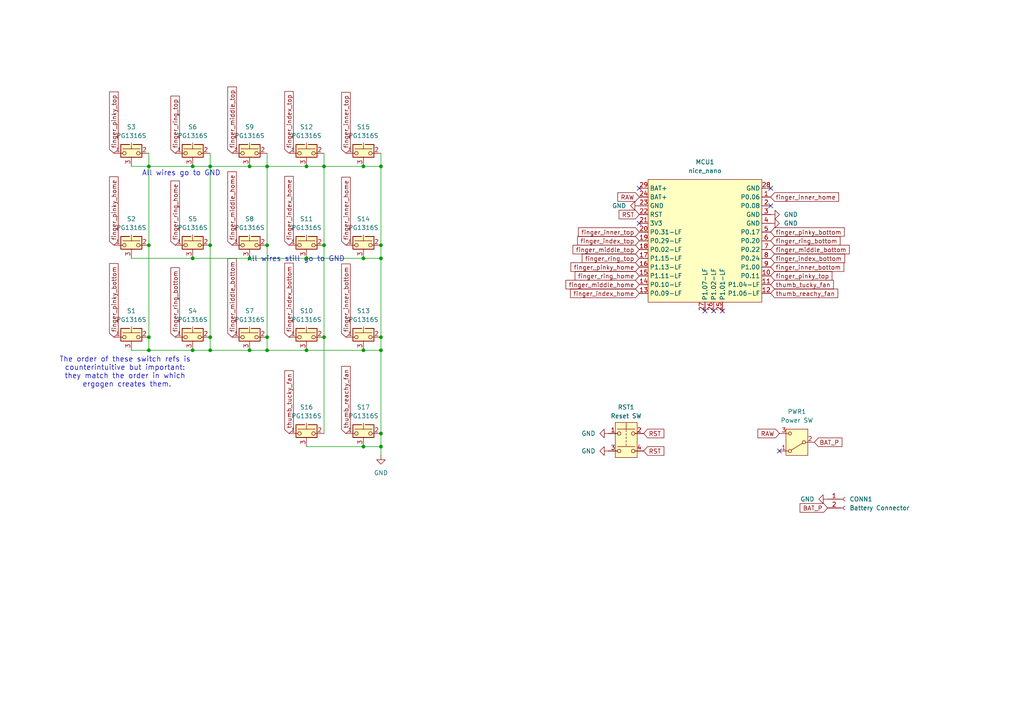
<source format=kicad_sch>
(kicad_sch (version 20250114) (generator "eeschema") (generator_version "9.0")
  (paper "A4")
  (title_block (title "slimsplaydy_left") (date "2025-06-18") (rev "1.0"))
  (lib_symbols
    (symbol "Connector:Conn_01x02_Socket" (pin_names (offset 1.016) (hide yes))
      (property "Reference" "J" (at 0 2.54 0))
      (property "Value" "Conn_01x02_Socket" (at 0 -5.08 0))
      (symbol "Conn_01x02_Socket_1_1"
        (polyline (pts (xy -1.27 0) (xy -0.508 0)) (stroke (width 0.1524)))
        (polyline (pts (xy -1.27 -2.54) (xy -0.508 -2.54)) (stroke (width 0.1524)))
        (arc (start 0 -0.508) (mid -0.5058 0) (end 0 0.508) (stroke (width 0.1524)))
        (arc (start 0 -3.048) (mid -0.5058 -2.54) (end 0 -2.032) (stroke (width 0.1524)))
        (pin passive line (at -5.08 0 0) (length 3.81) (name "Pin_1") (number "1"))
        (pin passive line (at -5.08 -2.54 0) (length 3.81) (name "Pin_2") (number "2"))
      )
    )
    (symbol "Switch:SW_Push_Dual" (pin_names (offset 1.016) (hide yes))
      (property "Reference" "SW" (at 0 7.62 0))
      (property "Value" "SW_Push_Dual" (at 0 -6.35 0))
      (symbol "SW_Push_Dual_0_1"
        (circle (center -2.032 2.54) (radius 0.508))
        (circle (center -2.032 -2.54) (radius 0.508))
        (polyline (pts (xy 0 3.81) (xy 0 5.588)))
        (polyline (pts (xy 0 3.048) (xy 0 3.556)))
        (polyline (pts (xy 0 2.032) (xy 0 2.54)))
        (polyline (pts (xy 0 1.016) (xy 0 1.524)))
        (polyline (pts (xy 0 0.508) (xy 0 0)))
        (polyline (pts (xy 0 -0.508) (xy 0 -1.016)))
        (circle (center 2.032 2.54) (radius 0.508))
        (circle (center 2.032 -2.54) (radius 0.508))
        (polyline (pts (xy 2.54 3.81) (xy -2.54 3.81)))
        (polyline (pts (xy 2.54 -1.27) (xy -2.54 -1.27)))
        (pin passive line (at -5.08 2.54 0) (length 2.54) (name "1") (number "1"))
        (pin passive line (at -5.08 -2.54 0) (length 2.54) (name "3") (number "3"))
        (pin passive line (at 5.08 2.54 180) (length 2.54) (name "2") (number "2"))
        (pin passive line (at 5.08 -2.54 180) (length 2.54) (name "4") (number "4"))
      )
      (symbol "SW_Push_Dual_1_1"
        (rectangle (start -3.175 5.715) (end 3.175 -4.445) (fill (type background)))
      )
    )
    (symbol "Switch:SW_SPDT" (pin_names (offset 0) (hide yes))
      (property "Reference" "SW" (at 0 5.08 0))
      (property "Value" "SW_SPDT" (at 0 -5.08 0))
      (symbol "SW_SPDT_0_1"
        (circle (center -2.032 0) (radius 0.4572))
        (polyline (pts (xy -1.651 0.254) (xy 1.651 2.286)))
        (circle (center 2.032 2.54) (radius 0.4572))
        (circle (center 2.032 -2.54) (radius 0.4572))
      )
      (symbol "SW_SPDT_1_1"
        (rectangle (start -3.175 3.81) (end 3.175 -3.81) (fill (type background)))
        (pin passive line (at -5.08 0 0) (length 2.54) (name "B") (number "2"))
        (pin passive line (at 5.08 2.54 180) (length 2.54) (name "A") (number "1"))
        (pin passive line (at 5.08 -2.54 180) (length 2.54) (name "C") (number "3"))
      )
    )
    (symbol "huntercooh:PG1316S" (pin_names (offset 1.016) (hide yes))
      (property "Reference" "S1" (at 0 7.62 0))
      (property "Value" "PG1316S" (at 0 5.08 0))
      (symbol "PG1316S_0_1"
        (circle (center -2.032 0) (radius 0.508))
        (polyline (pts (xy 0 1.27) (xy 0 3.048)))
        (polyline (pts (xy 0.508 2.54) (xy 3.048 2.54) (xy 3.048 -1.143) (xy -3.048 -1.143) (xy -3.048 2.54) (xy -0.508 2.54)) (stroke (width -0.0254)))
        (polyline (pts (xy 0.508 2.54) (xy 3.048 2.54) (xy 3.048 -1.143) (xy -3.048 -1.143) (xy -3.048 2.54) (xy -0.508 2.54)) (stroke (width 0.254)))
        (circle (center 2.032 0) (radius 0.508))
        (polyline (pts (xy 2.54 1.27) (xy -2.54 1.27)))
        (pin passive line (at -5.08 0 0) (length 2.54) (name "1") (number "1"))
        (pin passive line (at 5.08 0 180) (length 2.54) (name "2") (number "2"))
      )
      (symbol "PG1316S_1_1"
        (rectangle (start -3.048 2.54) (end 3.048 -1.27) (stroke (width -0.0254)) (fill (type background)))
        (pin passive line (at 0 -3.81 90) (length 2.54) (name "B") (number "3"))
      )
    )
    (symbol "huntercooh:nice_nano_raw21" (in_bom no)
      (property "Reference" "U" (at 0 22.86 0))
      (property "Value" "nice_nano_raw21" (at 0 20.32 0))
      (symbol "nice_nano_raw21_0_0"
        (pin bidirectional line (at -19.05 13.97 0) (length 2.54) (name "P0.06") (number "1"))
        (pin bidirectional line (at -19.05 11.43 0) (length 2.54) (name "P0.08") (number "2"))
        (pin power_out line (at -19.05 8.89 0) (length 2.54) (name "GND") (number "3"))
        (pin power_out line (at -19.05 6.35 0) (length 2.54) (name "GND") (number "4"))
        (pin bidirectional line (at -19.05 3.81 0) (length 2.54) (name "P0.17") (number "5"))
        (pin bidirectional line (at -19.05 1.27 0) (length 2.54) (name "P0.20") (number "6"))
        (pin bidirectional line (at -19.05 -1.27 0) (length 2.54) (name "P0.22") (number "7"))
        (pin bidirectional line (at -19.05 -3.81 0) (length 2.54) (name "P0.24") (number "8"))
        (pin bidirectional line (at -19.05 -6.35 0) (length 2.54) (name "P1.00") (number "9"))
        (pin bidirectional line (at -19.05 -8.89 0) (length 2.54) (name "P0.11") (number "10"))
        (pin bidirectional line (at -19.05 -11.43 0) (length 2.54) (name "P1.04-LF") (number "11"))
        (pin bidirectional line (at -19.05 -13.97 0) (length 2.54) (name "P1.06-LF") (number "12"))
      )
      (symbol "nice_nano_raw21_1_0"
        (pin power_out line (at -19.05 16.51 0) (length 2.54) (name "GND") (number "28"))
        (pin bidirectional line (at -5.08 -19.05 90) (length 2.54) (name "P1.01-LF") (number "25"))
        (pin bidirectional line (at -2.54 -19.05 90) (length 2.54) (name "P1.02-LF") (number "26"))
        (pin bidirectional line (at 0 -19.05 90) (length 2.54) (name "P1.07-LF") (number "27"))
        (pin power_out line (at 19.05 16.51 180) (length 2.54) (name "BAT+") (number "29"))
        (pin power_out line (at 19.05 13.97 180) (length 2.54) (name "BAT+") (number "24"))
        (pin power_out line (at 19.05 11.43 180) (length 2.54) (name "GND") (number "23"))
        (pin bidirectional line (at 19.05 8.89 180) (length 2.54) (name "RST") (number "22"))
        (pin power_out line (at 19.05 6.35 180) (length 2.54) (name "3V3") (number "21"))
        (pin bidirectional line (at 19.05 3.81 180) (length 2.54) (name "P0.31-LF") (number "20"))
        (pin bidirectional line (at 19.05 1.27 180) (length 2.54) (name "P0.29-LF") (number "19"))
        (pin bidirectional line (at 19.05 -1.27 180) (length 2.54) (name "P0.02-LF") (number "18"))
        (pin bidirectional line (at 19.05 -3.81 180) (length 2.54) (name "P1.15-LF") (number "17"))
        (pin bidirectional line (at 19.05 -6.35 180) (length 2.54) (name "P1.13-LF") (number "16"))
        (pin bidirectional line (at 19.05 -8.89 180) (length 2.54) (name "P1.11-LF") (number "15"))
        (pin bidirectional line (at 19.05 -11.43 180) (length 2.54) (name "P0.10-LF") (number "14"))
        (pin bidirectional line (at 19.05 -13.97 180) (length 2.54) (name "P0.09-LF") (number "13"))
      )
      (symbol "nice_nano_raw21_1_1"
        (rectangle (start -16.51 19.05) (end 16.51 -16.51) (fill (type background)))
      )
    )
    (symbol "power:GND" (power) (pin_numbers (hide yes)) (pin_names (offset 0) (hide yes))
      (property "Value" "GND" (at 0 -3.81 0))
      (symbol "GND_0_1"
        (polyline (pts (xy 0 0) (xy 0 -1.27) (xy 1.27 -1.27) (xy 0 -2.54) (xy -1.27 -1.27) (xy 0 -1.27)))
      )
      (symbol "GND_1_1"
        (pin power_in line (at 0 0 270) (length 0) (name "~") (number "1"))
      )
    )
  )
  (text "The order of these switch refs is \ncounterintuitive but important: \nthey match the order in which \nergogen creates them." (at 36.83 107.95 0) (effects (font (size 1.5 1.5))))
  (text "All wires go to GND" (at 52.578 50.292 0) (effects (font (size 1.5 1.5))))
  (text "All wires still go to GND" (at 85.852 75.184 0) (effects (font (size 1.5 1.5))))
  (junction (at 110.49 125.73))
  (junction (at 88.9 101.6))
  (junction (at 110.49 97.79))
  (junction (at 110.49 74.93))
  (junction (at 88.9 48.26))
  (junction (at 110.49 101.6))
  (junction (at 60.96 48.26))
  (junction (at 55.88 74.93))
  (junction (at 77.47 48.26))
  (junction (at 60.96 71.12))
  (junction (at 72.39 101.6))
  (junction (at 43.18 48.26))
  (junction (at 110.49 71.12))
  (junction (at 110.49 48.26))
  (junction (at 77.47 71.12))
  (junction (at 88.9 74.93))
  (junction (at 72.39 74.93))
  (junction (at 60.96 97.79))
  (junction (at 105.41 74.93))
  (junction (at 110.49 129.54))
  (junction (at 72.39 48.26))
  (junction (at 77.47 101.6))
  (junction (at 43.18 71.12))
  (junction (at 105.41 129.54))
  (junction (at 55.88 101.6))
  (junction (at 93.98 71.12))
  (junction (at 55.88 48.26))
  (junction (at 93.98 97.79))
  (junction (at 93.98 48.26))
  (junction (at 43.18 101.6))
  (junction (at 77.47 97.79))
  (junction (at 43.18 97.79))
  (junction (at 105.41 101.6))
  (junction (at 105.41 48.26))
  (junction (at 60.96 101.6))
  (no_connect (at 207.01 90.17))
  (no_connect (at 185.42 64.77))
  (no_connect (at 226.06 130.81))
  (no_connect (at 223.52 59.69))
  (no_connect (at 223.52 54.61))
  (no_connect (at 185.42 54.61))
  (no_connect (at 209.55 90.17))
  (no_connect (at 204.47 90.17))
  (wire (pts (xy 105.41 129.54) (xy 110.49 129.54)))
  (wire (pts (xy 60.96 71.12) (xy 60.96 97.79)))
  (wire (pts (xy 38.1 48.26) (xy 43.18 48.26)))
  (wire (pts (xy 38.1 74.93) (xy 55.88 74.93)))
  (wire (pts (xy 77.47 48.26) (xy 77.47 71.12)))
  (wire (pts (xy 110.49 48.26) (xy 110.49 71.12)))
  (wire (pts (xy 72.39 74.93) (xy 88.9 74.93)))
  (wire (pts (xy 77.47 48.26) (xy 77.47 44.45)))
  (wire (pts (xy 43.18 48.26) (xy 55.88 48.26)))
  (wire (pts (xy 43.18 97.79) (xy 43.18 101.6)))
  (wire (pts (xy 38.1 101.6) (xy 43.18 101.6)))
  (wire (pts (xy 88.9 101.6) (xy 105.41 101.6)))
  (wire (pts (xy 105.41 48.26) (xy 110.49 48.26)))
  (wire (pts (xy 60.96 48.26) (xy 60.96 44.45)))
  (wire (pts (xy 43.18 71.12) (xy 43.18 97.79)))
  (wire (pts (xy 88.9 129.54) (xy 105.41 129.54)))
  (wire (pts (xy 105.41 101.6) (xy 110.49 101.6)))
  (wire (pts (xy 110.49 132.08) (xy 110.49 129.54)))
  (wire (pts (xy 60.96 101.6) (xy 72.39 101.6)))
  (wire (pts (xy 93.98 48.26) (xy 93.98 71.12)))
  (wire (pts (xy 77.47 101.6) (xy 88.9 101.6)))
  (wire (pts (xy 60.96 48.26) (xy 72.39 48.26)))
  (wire (pts (xy 110.49 74.93) (xy 110.49 97.79)))
  (wire (pts (xy 55.88 48.26) (xy 60.96 48.26)))
  (wire (pts (xy 110.49 101.6) (xy 110.49 125.73)))
  (wire (pts (xy 60.96 97.79) (xy 60.96 101.6)))
  (wire (pts (xy 88.9 74.93) (xy 105.41 74.93)))
  (wire (pts (xy 110.49 71.12) (xy 110.49 74.93)))
  (wire (pts (xy 55.88 101.6) (xy 60.96 101.6)))
  (wire (pts (xy 72.39 101.6) (xy 77.47 101.6)))
  (wire (pts (xy 105.41 74.93) (xy 110.49 74.93)))
  (wire (pts (xy 77.47 48.26) (xy 88.9 48.26)))
  (wire (pts (xy 77.47 71.12) (xy 77.47 97.79)))
  (wire (pts (xy 93.98 71.12) (xy 93.98 97.79)))
  (wire (pts (xy 43.18 48.26) (xy 43.18 44.45)))
  (wire (pts (xy 110.49 44.45) (xy 110.49 48.26)))
  (wire (pts (xy 88.9 48.26) (xy 93.98 48.26)))
  (wire (pts (xy 43.18 101.6) (xy 55.88 101.6)))
  (wire (pts (xy 93.98 48.26) (xy 105.41 48.26)))
  (wire (pts (xy 60.96 48.26) (xy 60.96 71.12)))
  (wire (pts (xy 110.49 97.79) (xy 110.49 101.6)))
  (wire (pts (xy 72.39 48.26) (xy 77.47 48.26)))
  (wire (pts (xy 110.49 129.54) (xy 110.49 125.73)))
  (wire (pts (xy 93.98 48.26) (xy 93.98 44.45)))
  (wire (pts (xy 77.47 97.79) (xy 77.47 101.6)))
  (wire (pts (xy 55.88 74.93) (xy 72.39 74.93)))
  (wire (pts (xy 93.98 97.79) (xy 93.98 125.73)))
  (wire (pts (xy 43.18 48.26) (xy 43.18 71.12)))
  (global_label "finger_middle_home" (shape input) (at 67.31 71.12 90) (property "Intersheetrefs" "${INTERSHEET_REFS}" (effects (hide yes))))
  (global_label "finger_index_top" (shape input) (at 83.82 44.45 90) (property "Intersheetrefs" "${INTERSHEET_REFS}" (effects (hide yes))))
  (global_label "RST" (shape input) (at 186.69 125.73 0) (property "Intersheetrefs" "${INTERSHEET_REFS}" (effects (hide yes))))
  (global_label "finger_middle_home" (shape input) (at 185.42 82.55 180) (property "Intersheetrefs" "${INTERSHEET_REFS}" (effects (hide yes))))
  (global_label "thumb_tucky_fan" (shape input) (at 83.82 125.73 90) (property "Intersheetrefs" "${INTERSHEET_REFS}" (effects (hide yes))))
  (global_label "RAW" (shape input) (at 185.42 57.15 180) (property "Intersheetrefs" "${INTERSHEET_REFS}" (effects (hide yes))))
  (global_label "BAT_P" (shape input) (at 236.22 128.27 0) (property "Intersheetrefs" "${INTERSHEET_REFS}" (effects (hide yes))))
  (global_label "finger_inner_home" (shape input) (at 100.33 71.12 90) (property "Intersheetrefs" "${INTERSHEET_REFS}" (effects (hide yes))))
  (global_label "finger_inner_home" (shape input) (at 223.52 57.15 0) (property "Intersheetrefs" "${INTERSHEET_REFS}" (effects (hide yes))))
  (global_label "finger_pinky_home" (shape input) (at 33.02 71.12 90) (property "Intersheetrefs" "${INTERSHEET_REFS}" (effects (hide yes))))
  (global_label "thumb_reachy_fan" (shape input) (at 100.33 125.73 90) (property "Intersheetrefs" "${INTERSHEET_REFS}" (effects (hide yes))))
  (global_label "finger_inner_top" (shape input) (at 100.33 44.45 90) (property "Intersheetrefs" "${INTERSHEET_REFS}" (effects (hide yes))))
  (global_label "RST" (shape input) (at 185.42 62.23 180) (property "Intersheetrefs" "${INTERSHEET_REFS}" (effects (hide yes))))
  (global_label "finger_ring_home" (shape input) (at 50.8 71.12 90) (property "Intersheetrefs" "${INTERSHEET_REFS}" (effects (hide yes))))
  (global_label "finger_index_bottom" (shape input) (at 83.82 97.79 90) (property "Intersheetrefs" "${INTERSHEET_REFS}" (effects (hide yes))))
  (global_label "finger_index_bottom" (shape input) (at 223.52 74.93 0) (property "Intersheetrefs" "${INTERSHEET_REFS}" (effects (hide yes))))
  (global_label "finger_pinky_bottom" (shape input) (at 33.02 97.79 90) (property "Intersheetrefs" "${INTERSHEET_REFS}" (effects (hide yes))))
  (global_label "finger_pinky_top" (shape input) (at 33.02 44.45 90) (property "Intersheetrefs" "${INTERSHEET_REFS}" (effects (hide yes))))
  (global_label "thumb_tucky_fan" (shape input) (at 223.52 82.55 0) (property "Intersheetrefs" "${INTERSHEET_REFS}" (effects (hide yes))))
  (global_label "finger_ring_bottom" (shape input) (at 223.52 69.85 0) (property "Intersheetrefs" "${INTERSHEET_REFS}" (effects (hide yes))))
  (global_label "finger_pinky_top" (shape input) (at 223.52 80.01 0) (property "Intersheetrefs" "${INTERSHEET_REFS}" (effects (hide yes))))
  (global_label "finger_middle_bottom" (shape input) (at 67.31 97.79 90) (property "Intersheetrefs" "${INTERSHEET_REFS}" (effects (hide yes))))
  (global_label "finger_pinky_home" (shape input) (at 185.42 77.47 180) (property "Intersheetrefs" "${INTERSHEET_REFS}" (effects (hide yes))))
  (global_label "finger_ring_top" (shape input) (at 50.8 44.45 90) (property "Intersheetrefs" "${INTERSHEET_REFS}" (effects (hide yes))))
  (global_label "finger_ring_bottom" (shape input) (at 50.8 97.79 90) (property "Intersheetrefs" "${INTERSHEET_REFS}" (effects (hide yes))))
  (global_label "RST" (shape input) (at 186.69 130.81 0) (property "Intersheetrefs" "${INTERSHEET_REFS}" (effects (hide yes))))
  (global_label "finger_inner_bottom" (shape input) (at 100.33 97.79 90) (property "Intersheetrefs" "${INTERSHEET_REFS}" (effects (hide yes))))
  (global_label "finger_ring_home" (shape input) (at 185.42 80.01 180) (property "Intersheetrefs" "${INTERSHEET_REFS}" (effects (hide yes))))
  (global_label "finger_pinky_bottom" (shape input) (at 223.52 67.31 0) (property "Intersheetrefs" "${INTERSHEET_REFS}" (effects (hide yes))))
  (global_label "finger_middle_top" (shape input) (at 67.31 44.45 90) (property "Intersheetrefs" "${INTERSHEET_REFS}" (effects (hide yes))))
  (global_label "finger_index_home" (shape input) (at 83.82 71.12 90) (property "Intersheetrefs" "${INTERSHEET_REFS}" (effects (hide yes))))
  (global_label "RAW" (shape input) (at 226.06 125.73 180) (property "Intersheetrefs" "${INTERSHEET_REFS}" (effects (hide yes))))
  (global_label "BAT_P" (shape input) (at 240.03 147.32 180) (property "Intersheetrefs" "${INTERSHEET_REFS}" (effects (hide yes))))
  (global_label "finger_middle_bottom" (shape input) (at 223.52 72.39 0) (property "Intersheetrefs" "${INTERSHEET_REFS}" (effects (hide yes))))
  (global_label "thumb_reachy_fan" (shape input) (at 223.52 85.09 0) (property "Intersheetrefs" "${INTERSHEET_REFS}" (effects (hide yes))))
  (global_label "finger_ring_top" (shape input) (at 185.42 74.93 180) (property "Intersheetrefs" "${INTERSHEET_REFS}" (effects (hide yes))))
  (global_label "finger_inner_bottom" (shape input) (at 223.52 77.47 0) (property "Intersheetrefs" "${INTERSHEET_REFS}" (effects (hide yes))))
  (global_label "finger_index_home" (shape input) (at 185.42 85.09 180) (property "Intersheetrefs" "${INTERSHEET_REFS}" (effects (hide yes))))
  (global_label "finger_index_top" (shape input) (at 185.42 69.85 180) (property "Intersheetrefs" "${INTERSHEET_REFS}" (effects (hide yes))))
  (global_label "finger_middle_top" (shape input) (at 185.42 72.39 180) (property "Intersheetrefs" "${INTERSHEET_REFS}" (effects (hide yes))))
  (global_label "finger_inner_top" (shape input) (at 185.42 67.31 180) (property "Intersheetrefs" "${INTERSHEET_REFS}" (effects (hide yes))))
  (symbol (lib_id "Connector:Conn_01x02_Socket") (at 245.11 144.78 0) (unit 1)
    (property "Reference" "CONN1" (at 246.38 144.7799 0) (effects (justify left)))
    (property "Value" "Battery Connector" (at 246.38 147.3199 0) (effects (justify left)))
    (property "Footprint" "Molex_Pico_EZMate_Plus_1x02" (effects (hide yes)))
    (property "Description" "Generic connector, single row, 01x02, script generated" (effects (hide yes)))
  )
  (symbol (lib_id "huntercooh:PG1316S") (at 55.88 71.12 0) (unit 1)
    (property "Reference" "S5" (at 55.88 63.5 0))
    (property "Value" "PG1316S" (at 55.88 66.04 0))
    (property "Footprint" "PG1316S" (effects (hide yes)))
    (property "Description" "Kailh PG1316S ultra-low-profile keyswitch" (effects (hide yes)))
  )
  (symbol (lib_id "power:GND") (at 176.53 130.81 270) (unit 1)
    (property "Reference" "#PWR06" (effects (hide yes)))
    (property "Value" "GND" (at 172.72 130.8099 90) (effects (justify right)))
    (property "Description" "Power symbol creates a global label with name \"GND\" , ground" (effects (hide yes)))
  )
  (symbol (lib_id "power:GND") (at 176.53 125.73 270) (unit 1)
    (property "Reference" "#PWR05" (effects (hide yes)))
    (property "Value" "GND" (at 172.72 125.7299 90) (effects (justify right)))
    (property "Description" "Power symbol creates a global label with name \"GND\" , ground" (effects (hide yes)))
  )
  (symbol (lib_id "power:GND") (at 185.42 59.69 270) (mirror x) (unit 1)
    (property "Reference" "#PWR02" (effects (hide yes)))
    (property "Value" "GND" (at 181.61 59.6899 90) (effects (justify right)))
    (property "Description" "Power symbol creates a global label with name \"GND\" , ground" (effects (hide yes)))
  )
  (symbol (lib_id "power:GND") (at 110.49 132.08 0) (unit 1)
    (property "Reference" "#PWR01" (effects (hide yes)))
    (property "Value" "GND" (at 110.49 137.16 0))
    (property "Description" "Power symbol creates a global label with name \"GND\" , ground" (effects (hide yes)))
  )
  (symbol (lib_id "huntercooh:PG1316S") (at 38.1 97.79 0) (unit 1)
    (property "Reference" "S1" (at 38.1 90.17 0))
    (property "Value" "PG1316S" (at 38.1 92.71 0))
    (property "Footprint" "PG1316S" (effects (hide yes)))
    (property "Description" "Kailh PG1316S ultra-low-profile keyswitch" (effects (hide yes)))
  )
  (symbol (lib_id "power:GND") (at 240.03 144.78 270) (unit 1)
    (property "Reference" "#PWR07" (effects (hide yes)))
    (property "Value" "GND" (at 236.22 144.7799 90) (effects (justify right)))
    (property "Description" "Power symbol creates a global label with name \"GND\" , ground" (effects (hide yes)))
  )
  (symbol (lib_id "power:GND") (at 223.52 62.23 90) (mirror x) (unit 1)
    (property "Reference" "#PWR03" (effects (hide yes)))
    (property "Value" "GND" (at 227.33 62.2299 90) (effects (justify right)))
    (property "Description" "Power symbol creates a global label with name \"GND\" , ground" (effects (hide yes)))
  )
  (symbol (lib_id "Switch:SW_Push_Dual") (at 181.61 128.27 0) (unit 1)
    (property "Reference" "RST1" (at 181.61 118.11 0))
    (property "Value" "Reset SW" (at 181.61 120.65 0))
    (property "Footprint" "ceoloide:reset_switch_smd_side" (effects (hide yes)))
    (property "Description" "Push button switch, generic, symbol, four pins" (effects (hide yes)))
  )
  (symbol (lib_id "huntercooh:PG1316S") (at 72.39 97.79 0) (unit 1)
    (property "Reference" "S7" (at 72.39 90.17 0))
    (property "Value" "PG1316S" (at 72.39 92.71 0))
    (property "Footprint" "PG1316S" (effects (hide yes)))
    (property "Description" "Kailh PG1316S ultra-low-profile keyswitch" (effects (hide yes)))
  )
  (symbol (lib_id "huntercooh:nice_nano_raw21") (at 204.47 71.12 0) (mirror y) (unit 1) (in_bom no)
    (property "Reference" "MCU1" (at 204.47 46.99 0))
    (property "Value" "nice_nano" (at 204.47 49.53 0))
    (property "Footprint" "ceoloide:mcu_nice_nano" (effects (hide yes)))
    (property "Datasheet" "https://nicekeyboards.com/docs/nice-nano/pinout-schematic" (effects (hide yes)))
    (property "Description" "Symbol for an nicekeyboards nice!nano" (effects (hide yes)))
  )
  (symbol (lib_id "huntercooh:PG1316S") (at 88.9 44.45 0) (unit 1)
    (property "Reference" "S12" (at 88.9 36.83 0))
    (property "Value" "PG1316S" (at 88.9 39.37 0))
    (property "Footprint" "PG1316S" (effects (hide yes)))
    (property "Description" "Kailh PG1316S ultra-low-profile keyswitch" (effects (hide yes)))
  )
  (symbol (lib_id "power:GND") (at 223.52 64.77 90) (mirror x) (unit 1)
    (property "Reference" "#PWR04" (effects (hide yes)))
    (property "Value" "GND" (at 227.33 64.7699 90) (effects (justify right)))
    (property "Description" "Power symbol creates a global label with name \"GND\" , ground" (effects (hide yes)))
  )
  (symbol (lib_id "Switch:SW_SPDT") (at 231.14 128.27 180) (unit 1)
    (property "Reference" "PWR1" (at 231.14 119.38 0))
    (property "Value" "Power SW" (at 231.14 121.92 0))
    (property "Footprint" "ceoloide:power_switch_smd_side" (effects (hide yes)))
    (property "Description" "Switch, single pole double throw" (effects (hide yes)))
  )
  (symbol (lib_id "huntercooh:PG1316S") (at 72.39 71.12 0) (unit 1)
    (property "Reference" "S8" (at 72.39 63.5 0))
    (property "Value" "PG1316S" (at 72.39 66.04 0))
    (property "Footprint" "PG1316S" (effects (hide yes)))
    (property "Description" "Kailh PG1316S ultra-low-profile keyswitch" (effects (hide yes)))
  )
  (symbol (lib_id "huntercooh:PG1316S") (at 38.1 44.45 0) (unit 1)
    (property "Reference" "S3" (at 38.1 36.83 0))
    (property "Value" "PG1316S" (at 38.1 39.37 0))
    (property "Footprint" "PG1316S" (effects (hide yes)))
    (property "Description" "Kailh PG1316S ultra-low-profile keyswitch" (effects (hide yes)))
  )
  (symbol (lib_id "huntercooh:PG1316S") (at 105.41 125.73 0) (unit 1)
    (property "Reference" "S17" (at 105.41 118.11 0))
    (property "Value" "PG1316S" (at 105.41 120.65 0))
    (property "Footprint" "PG1316S" (effects (hide yes)))
    (property "Description" "Kailh PG1316S ultra-low-profile keyswitch" (effects (hide yes)))
  )
  (symbol (lib_id "huntercooh:PG1316S") (at 88.9 125.73 0) (unit 1)
    (property "Reference" "S16" (at 88.9 118.11 0))
    (property "Value" "PG1316S" (at 88.9 120.65 0))
    (property "Footprint" "PG1316S" (effects (hide yes)))
    (property "Description" "Kailh PG1316S ultra-low-profile keyswitch" (effects (hide yes)))
  )
  (symbol (lib_id "huntercooh:PG1316S") (at 55.88 97.79 0) (unit 1)
    (property "Reference" "S4" (at 55.88 90.17 0))
    (property "Value" "PG1316S" (at 55.88 92.71 0))
    (property "Footprint" "PG1316S" (effects (hide yes)))
    (property "Description" "Kailh PG1316S ultra-low-profile keyswitch" (effects (hide yes)))
  )
  (symbol (lib_id "huntercooh:PG1316S") (at 88.9 97.79 0) (unit 1)
    (property "Reference" "S10" (at 88.9 90.17 0))
    (property "Value" "PG1316S" (at 88.9 92.71 0))
    (property "Footprint" "PG1316S" (effects (hide yes)))
    (property "Description" "Kailh PG1316S ultra-low-profile keyswitch" (effects (hide yes)))
  )
  (symbol (lib_id "huntercooh:PG1316S") (at 88.9 71.12 0) (unit 1)
    (property "Reference" "S11" (at 88.9 63.5 0))
    (property "Value" "PG1316S" (at 88.9 66.04 0))
    (property "Footprint" "PG1316S" (effects (hide yes)))
    (property "Description" "Kailh PG1316S ultra-low-profile keyswitch" (effects (hide yes)))
  )
  (symbol (lib_id "huntercooh:PG1316S") (at 38.1 71.12 0) (unit 1)
    (property "Reference" "S2" (at 38.1 63.5 0))
    (property "Value" "PG1316S" (at 38.1 66.04 0))
    (property "Footprint" "PG1316S" (effects (hide yes)))
    (property "Description" "Kailh PG1316S ultra-low-profile keyswitch" (effects (hide yes)))
  )
  (symbol (lib_id "huntercooh:PG1316S") (at 105.41 97.79 0) (unit 1)
    (property "Reference" "S13" (at 105.41 90.17 0))
    (property "Value" "PG1316S" (at 105.41 92.71 0))
    (property "Footprint" "PG1316S" (effects (hide yes)))
    (property "Description" "Kailh PG1316S ultra-low-profile keyswitch" (effects (hide yes)))
  )
  (symbol (lib_id "huntercooh:PG1316S") (at 72.39 44.45 0) (unit 1)
    (property "Reference" "S9" (at 72.39 36.83 0))
    (property "Value" "PG1316S" (at 72.39 39.37 0))
    (property "Footprint" "PG1316S" (effects (hide yes)))
    (property "Description" "Kailh PG1316S ultra-low-profile keyswitch" (effects (hide yes)))
  )
  (symbol (lib_id "huntercooh:PG1316S") (at 55.88 44.45 0) (unit 1)
    (property "Reference" "S6" (at 55.88 36.83 0))
    (property "Value" "PG1316S" (at 55.88 39.37 0))
    (property "Footprint" "PG1316S" (effects (hide yes)))
    (property "Description" "Kailh PG1316S ultra-low-profile keyswitch" (effects (hide yes)))
  )
  (symbol (lib_id "huntercooh:PG1316S") (at 105.41 44.45 0) (unit 1)
    (property "Reference" "S15" (at 105.41 36.83 0))
    (property "Value" "PG1316S" (at 105.41 39.37 0))
    (property "Footprint" "PG1316S" (effects (hide yes)))
    (property "Description" "Kailh PG1316S ultra-low-profile keyswitch" (effects (hide yes)))
  )
  (symbol (lib_id "huntercooh:PG1316S") (at 105.41 71.12 0) (unit 1)
    (property "Reference" "S14" (at 105.41 63.5 0))
    (property "Value" "PG1316S" (at 105.41 66.04 0))
    (property "Footprint" "PG1316S" (effects (hide yes)))
    (property "Description" "Kailh PG1316S ultra-low-profile keyswitch" (effects (hide yes)))
  )
)
</source>
